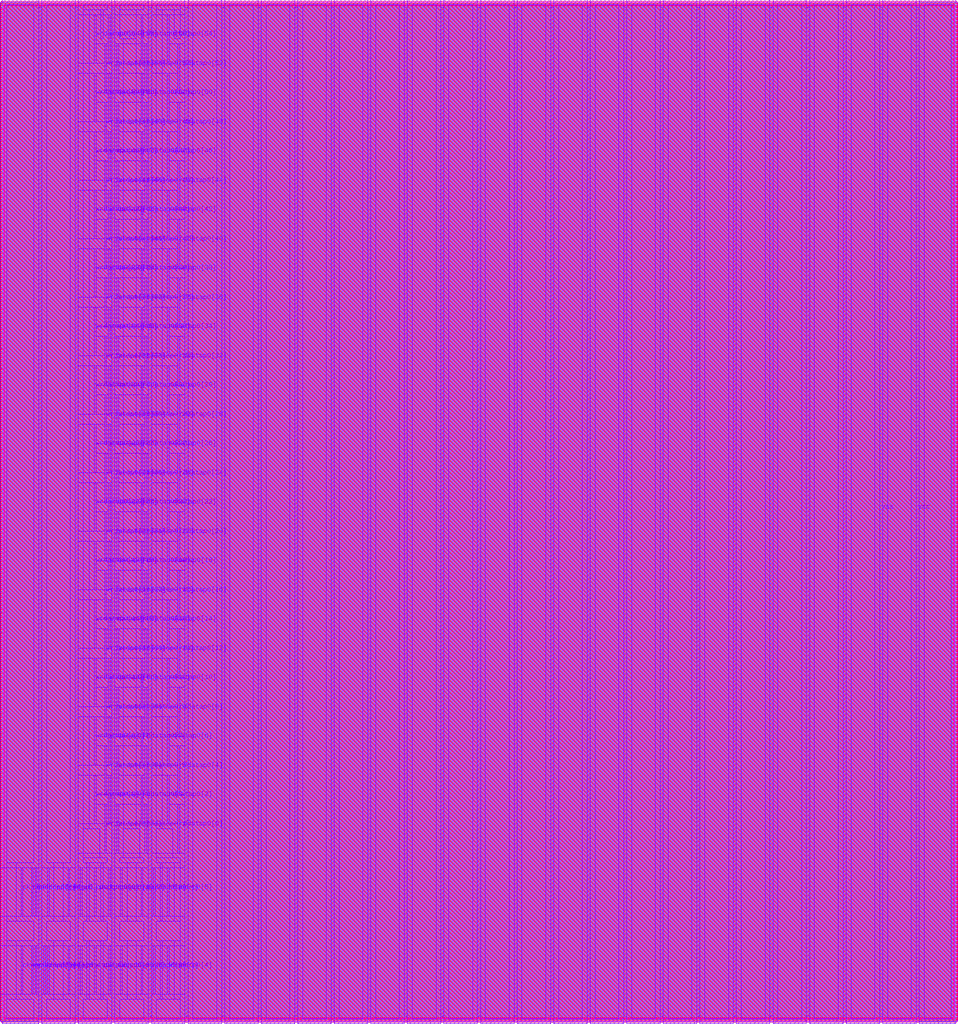
<source format=lef>
VERSION 5.8 ;
BUSBITCHARS "[]" ;
DIVIDERCHAR "/" ;

UNITS
  DATABASE MICRONS 4000 ;
END UNITS

PROPERTYDEFINITIONS
  MACRO hpml_layer STRING ;
  MACRO heml_layer STRING ;
END PROPERTYDEFINITIONS

MACRO arf054b128e1r1w0cbbehraa4acw
  CLASS BLOCK ;
  FOREIGN arf054b128e1r1w0cbbehraa4acw ;
  ORIGIN 0 0 ;
  SIZE 23.4 BY 24.96 ;
  PIN ckrdp0
    DIRECTION INPUT ;
    USE SIGNAL ;
    PORT
      LAYER m7 ;
        RECT 0.428 2.52 0.472 3.72 ;
    END
  END ckrdp0
  PIN ckwrp0
    DIRECTION INPUT ;
    USE SIGNAL ;
    PORT
      LAYER m7 ;
        RECT 0.428 0.6 0.472 1.8 ;
    END
  END ckwrp0
  PIN rdaddrp0[0]
    DIRECTION INPUT ;
    USE SIGNAL ;
    PORT
      LAYER m7 ;
        RECT 2.228 2.52 2.272 3.72 ;
    END
  END rdaddrp0[0]
  PIN rdaddrp0[1]
    DIRECTION INPUT ;
    USE SIGNAL ;
    PORT
      LAYER m7 ;
        RECT 2.572 2.52 2.616 3.72 ;
    END
  END rdaddrp0[1]
  PIN rdaddrp0[2]
    DIRECTION INPUT ;
    USE SIGNAL ;
    PORT
      LAYER m7 ;
        RECT 2.872 2.52 2.916 3.72 ;
    END
  END rdaddrp0[2]
  PIN rdaddrp0[3]
    DIRECTION INPUT ;
    USE SIGNAL ;
    PORT
      LAYER m7 ;
        RECT 3.384 2.52 3.428 3.72 ;
    END
  END rdaddrp0[3]
  PIN rdaddrp0[4]
    DIRECTION INPUT ;
    USE SIGNAL ;
    PORT
      LAYER m7 ;
        RECT 3.684 2.52 3.728 3.72 ;
    END
  END rdaddrp0[4]
  PIN rdaddrp0[5]
    DIRECTION INPUT ;
    USE SIGNAL ;
    PORT
      LAYER m7 ;
        RECT 4.028 2.52 4.072 3.72 ;
    END
  END rdaddrp0[5]
  PIN rdaddrp0[6]
    DIRECTION INPUT ;
    USE SIGNAL ;
    PORT
      LAYER m7 ;
        RECT 0.684 2.52 0.728 3.72 ;
    END
  END rdaddrp0[6]
  PIN rdaddrp0_fd
    DIRECTION INPUT ;
    USE SIGNAL ;
    PORT
      LAYER m7 ;
        RECT 0.772 2.52 0.816 3.72 ;
    END
  END rdaddrp0_fd
  PIN rdaddrp0_rd
    DIRECTION INPUT ;
    USE SIGNAL ;
    PORT
      LAYER m7 ;
        RECT 1.072 2.52 1.116 3.72 ;
    END
  END rdaddrp0_rd
  PIN rdenp0
    DIRECTION INPUT ;
    USE SIGNAL ;
    PORT
      LAYER m7 ;
        RECT 1.584 2.52 1.628 3.72 ;
    END
  END rdenp0
  PIN sdl_initp0
    DIRECTION INPUT ;
    USE SIGNAL ;
    PORT
      LAYER m7 ;
        RECT 1.884 2.52 1.928 3.72 ;
    END
  END sdl_initp0
  PIN wraddrp0[0]
    DIRECTION INPUT ;
    USE SIGNAL ;
    PORT
      LAYER m7 ;
        RECT 2.572 0.6 2.616 1.8 ;
    END
  END wraddrp0[0]
  PIN wraddrp0[1]
    DIRECTION INPUT ;
    USE SIGNAL ;
    PORT
      LAYER m7 ;
        RECT 2.872 0.6 2.916 1.8 ;
    END
  END wraddrp0[1]
  PIN wraddrp0[2]
    DIRECTION INPUT ;
    USE SIGNAL ;
    PORT
      LAYER m7 ;
        RECT 3.384 0.6 3.428 1.8 ;
    END
  END wraddrp0[2]
  PIN wraddrp0[3]
    DIRECTION INPUT ;
    USE SIGNAL ;
    PORT
      LAYER m7 ;
        RECT 3.684 0.6 3.728 1.8 ;
    END
  END wraddrp0[3]
  PIN wraddrp0[4]
    DIRECTION INPUT ;
    USE SIGNAL ;
    PORT
      LAYER m7 ;
        RECT 4.028 0.6 4.072 1.8 ;
    END
  END wraddrp0[4]
  PIN wraddrp0[5]
    DIRECTION INPUT ;
    USE SIGNAL ;
    PORT
      LAYER m7 ;
        RECT 0.684 0.6 0.728 1.8 ;
    END
  END wraddrp0[5]
  PIN wraddrp0[6]
    DIRECTION INPUT ;
    USE SIGNAL ;
    PORT
      LAYER m7 ;
        RECT 0.984 0.6 1.028 1.8 ;
    END
  END wraddrp0[6]
  PIN wraddrp0_fd
    DIRECTION INPUT ;
    USE SIGNAL ;
    PORT
      LAYER m7 ;
        RECT 0.772 0.6 0.816 1.8 ;
    END
  END wraddrp0_fd
  PIN wraddrp0_rd
    DIRECTION INPUT ;
    USE SIGNAL ;
    PORT
      LAYER m7 ;
        RECT 1.072 0.6 1.116 1.8 ;
    END
  END wraddrp0_rd
  PIN wrdatap0[0]
    DIRECTION INPUT ;
    USE SIGNAL ;
    PORT
      LAYER m7 ;
        RECT 2.484 4.08 2.528 5.28 ;
    END
  END wrdatap0[0]
  PIN wrdatap0[10]
    DIRECTION INPUT ;
    USE SIGNAL ;
    PORT
      LAYER m7 ;
        RECT 2.228 7.68 2.272 8.88 ;
    END
  END wrdatap0[10]
  PIN wrdatap0[11]
    DIRECTION INPUT ;
    USE SIGNAL ;
    PORT
      LAYER m7 ;
        RECT 2.572 7.68 2.616 8.88 ;
    END
  END wrdatap0[11]
  PIN wrdatap0[12]
    DIRECTION INPUT ;
    USE SIGNAL ;
    PORT
      LAYER m7 ;
        RECT 2.484 8.4 2.528 9.6 ;
    END
  END wrdatap0[12]
  PIN wrdatap0[13]
    DIRECTION INPUT ;
    USE SIGNAL ;
    PORT
      LAYER m7 ;
        RECT 2.784 8.4 2.828 9.6 ;
    END
  END wrdatap0[13]
  PIN wrdatap0[14]
    DIRECTION INPUT ;
    USE SIGNAL ;
    PORT
      LAYER m7 ;
        RECT 2.228 9.12 2.272 10.32 ;
    END
  END wrdatap0[14]
  PIN wrdatap0[15]
    DIRECTION INPUT ;
    USE SIGNAL ;
    PORT
      LAYER m7 ;
        RECT 2.572 9.12 2.616 10.32 ;
    END
  END wrdatap0[15]
  PIN wrdatap0[16]
    DIRECTION INPUT ;
    USE SIGNAL ;
    PORT
      LAYER m7 ;
        RECT 2.484 9.84 2.528 11.04 ;
    END
  END wrdatap0[16]
  PIN wrdatap0[17]
    DIRECTION INPUT ;
    USE SIGNAL ;
    PORT
      LAYER m7 ;
        RECT 2.784 9.84 2.828 11.04 ;
    END
  END wrdatap0[17]
  PIN wrdatap0[18]
    DIRECTION INPUT ;
    USE SIGNAL ;
    PORT
      LAYER m7 ;
        RECT 2.228 10.56 2.272 11.76 ;
    END
  END wrdatap0[18]
  PIN wrdatap0[19]
    DIRECTION INPUT ;
    USE SIGNAL ;
    PORT
      LAYER m7 ;
        RECT 2.572 10.56 2.616 11.76 ;
    END
  END wrdatap0[19]
  PIN wrdatap0[1]
    DIRECTION INPUT ;
    USE SIGNAL ;
    PORT
      LAYER m7 ;
        RECT 2.784 4.08 2.828 5.28 ;
    END
  END wrdatap0[1]
  PIN wrdatap0[20]
    DIRECTION INPUT ;
    USE SIGNAL ;
    PORT
      LAYER m7 ;
        RECT 2.484 11.28 2.528 12.48 ;
    END
  END wrdatap0[20]
  PIN wrdatap0[21]
    DIRECTION INPUT ;
    USE SIGNAL ;
    PORT
      LAYER m7 ;
        RECT 2.784 11.28 2.828 12.48 ;
    END
  END wrdatap0[21]
  PIN wrdatap0[22]
    DIRECTION INPUT ;
    USE SIGNAL ;
    PORT
      LAYER m7 ;
        RECT 2.228 12 2.272 13.2 ;
    END
  END wrdatap0[22]
  PIN wrdatap0[23]
    DIRECTION INPUT ;
    USE SIGNAL ;
    PORT
      LAYER m7 ;
        RECT 2.572 12 2.616 13.2 ;
    END
  END wrdatap0[23]
  PIN wrdatap0[24]
    DIRECTION INPUT ;
    USE SIGNAL ;
    PORT
      LAYER m7 ;
        RECT 2.484 12.72 2.528 13.92 ;
    END
  END wrdatap0[24]
  PIN wrdatap0[25]
    DIRECTION INPUT ;
    USE SIGNAL ;
    PORT
      LAYER m7 ;
        RECT 2.784 12.72 2.828 13.92 ;
    END
  END wrdatap0[25]
  PIN wrdatap0[26]
    DIRECTION INPUT ;
    USE SIGNAL ;
    PORT
      LAYER m7 ;
        RECT 2.228 13.44 2.272 14.64 ;
    END
  END wrdatap0[26]
  PIN wrdatap0[27]
    DIRECTION INPUT ;
    USE SIGNAL ;
    PORT
      LAYER m7 ;
        RECT 2.572 13.44 2.616 14.64 ;
    END
  END wrdatap0[27]
  PIN wrdatap0[28]
    DIRECTION INPUT ;
    USE SIGNAL ;
    PORT
      LAYER m7 ;
        RECT 2.484 14.16 2.528 15.36 ;
    END
  END wrdatap0[28]
  PIN wrdatap0[29]
    DIRECTION INPUT ;
    USE SIGNAL ;
    PORT
      LAYER m7 ;
        RECT 2.784 14.16 2.828 15.36 ;
    END
  END wrdatap0[29]
  PIN wrdatap0[2]
    DIRECTION INPUT ;
    USE SIGNAL ;
    PORT
      LAYER m7 ;
        RECT 2.228 4.8 2.272 6 ;
    END
  END wrdatap0[2]
  PIN wrdatap0[30]
    DIRECTION INPUT ;
    USE SIGNAL ;
    PORT
      LAYER m7 ;
        RECT 2.228 14.88 2.272 16.08 ;
    END
  END wrdatap0[30]
  PIN wrdatap0[31]
    DIRECTION INPUT ;
    USE SIGNAL ;
    PORT
      LAYER m7 ;
        RECT 2.572 14.88 2.616 16.08 ;
    END
  END wrdatap0[31]
  PIN wrdatap0[32]
    DIRECTION INPUT ;
    USE SIGNAL ;
    PORT
      LAYER m7 ;
        RECT 2.484 15.6 2.528 16.8 ;
    END
  END wrdatap0[32]
  PIN wrdatap0[33]
    DIRECTION INPUT ;
    USE SIGNAL ;
    PORT
      LAYER m7 ;
        RECT 2.784 15.6 2.828 16.8 ;
    END
  END wrdatap0[33]
  PIN wrdatap0[34]
    DIRECTION INPUT ;
    USE SIGNAL ;
    PORT
      LAYER m7 ;
        RECT 2.228 16.32 2.272 17.52 ;
    END
  END wrdatap0[34]
  PIN wrdatap0[35]
    DIRECTION INPUT ;
    USE SIGNAL ;
    PORT
      LAYER m7 ;
        RECT 2.572 16.32 2.616 17.52 ;
    END
  END wrdatap0[35]
  PIN wrdatap0[36]
    DIRECTION INPUT ;
    USE SIGNAL ;
    PORT
      LAYER m7 ;
        RECT 2.484 17.04 2.528 18.24 ;
    END
  END wrdatap0[36]
  PIN wrdatap0[37]
    DIRECTION INPUT ;
    USE SIGNAL ;
    PORT
      LAYER m7 ;
        RECT 2.784 17.04 2.828 18.24 ;
    END
  END wrdatap0[37]
  PIN wrdatap0[38]
    DIRECTION INPUT ;
    USE SIGNAL ;
    PORT
      LAYER m7 ;
        RECT 2.228 17.76 2.272 18.96 ;
    END
  END wrdatap0[38]
  PIN wrdatap0[39]
    DIRECTION INPUT ;
    USE SIGNAL ;
    PORT
      LAYER m7 ;
        RECT 2.572 17.76 2.616 18.96 ;
    END
  END wrdatap0[39]
  PIN wrdatap0[3]
    DIRECTION INPUT ;
    USE SIGNAL ;
    PORT
      LAYER m7 ;
        RECT 2.572 4.8 2.616 6 ;
    END
  END wrdatap0[3]
  PIN wrdatap0[40]
    DIRECTION INPUT ;
    USE SIGNAL ;
    PORT
      LAYER m7 ;
        RECT 2.484 18.48 2.528 19.68 ;
    END
  END wrdatap0[40]
  PIN wrdatap0[41]
    DIRECTION INPUT ;
    USE SIGNAL ;
    PORT
      LAYER m7 ;
        RECT 2.784 18.48 2.828 19.68 ;
    END
  END wrdatap0[41]
  PIN wrdatap0[42]
    DIRECTION INPUT ;
    USE SIGNAL ;
    PORT
      LAYER m7 ;
        RECT 2.228 19.2 2.272 20.4 ;
    END
  END wrdatap0[42]
  PIN wrdatap0[43]
    DIRECTION INPUT ;
    USE SIGNAL ;
    PORT
      LAYER m7 ;
        RECT 2.572 19.2 2.616 20.4 ;
    END
  END wrdatap0[43]
  PIN wrdatap0[44]
    DIRECTION INPUT ;
    USE SIGNAL ;
    PORT
      LAYER m7 ;
        RECT 2.484 19.92 2.528 21.12 ;
    END
  END wrdatap0[44]
  PIN wrdatap0[45]
    DIRECTION INPUT ;
    USE SIGNAL ;
    PORT
      LAYER m7 ;
        RECT 2.784 19.92 2.828 21.12 ;
    END
  END wrdatap0[45]
  PIN wrdatap0[46]
    DIRECTION INPUT ;
    USE SIGNAL ;
    PORT
      LAYER m7 ;
        RECT 2.228 20.64 2.272 21.84 ;
    END
  END wrdatap0[46]
  PIN wrdatap0[47]
    DIRECTION INPUT ;
    USE SIGNAL ;
    PORT
      LAYER m7 ;
        RECT 2.572 20.64 2.616 21.84 ;
    END
  END wrdatap0[47]
  PIN wrdatap0[48]
    DIRECTION INPUT ;
    USE SIGNAL ;
    PORT
      LAYER m7 ;
        RECT 2.484 21.36 2.528 22.56 ;
    END
  END wrdatap0[48]
  PIN wrdatap0[49]
    DIRECTION INPUT ;
    USE SIGNAL ;
    PORT
      LAYER m7 ;
        RECT 2.784 21.36 2.828 22.56 ;
    END
  END wrdatap0[49]
  PIN wrdatap0[4]
    DIRECTION INPUT ;
    USE SIGNAL ;
    PORT
      LAYER m7 ;
        RECT 2.484 5.52 2.528 6.72 ;
    END
  END wrdatap0[4]
  PIN wrdatap0[50]
    DIRECTION INPUT ;
    USE SIGNAL ;
    PORT
      LAYER m7 ;
        RECT 2.228 22.08 2.272 23.28 ;
    END
  END wrdatap0[50]
  PIN wrdatap0[51]
    DIRECTION INPUT ;
    USE SIGNAL ;
    PORT
      LAYER m7 ;
        RECT 2.572 22.08 2.616 23.28 ;
    END
  END wrdatap0[51]
  PIN wrdatap0[52]
    DIRECTION INPUT ;
    USE SIGNAL ;
    PORT
      LAYER m7 ;
        RECT 2.484 22.8 2.528 24 ;
    END
  END wrdatap0[52]
  PIN wrdatap0[53]
    DIRECTION INPUT ;
    USE SIGNAL ;
    PORT
      LAYER m7 ;
        RECT 2.784 22.8 2.828 24 ;
    END
  END wrdatap0[53]
  PIN wrdatap0[54]
    DIRECTION INPUT ;
    USE SIGNAL ;
    PORT
      LAYER m7 ;
        RECT 2.228 23.52 2.272 24.72 ;
    END
  END wrdatap0[54]
  PIN wrdatap0[55]
    DIRECTION INPUT ;
    USE SIGNAL ;
    PORT
      LAYER m7 ;
        RECT 2.572 23.52 2.616 24.72 ;
    END
  END wrdatap0[55]
  PIN wrdatap0[5]
    DIRECTION INPUT ;
    USE SIGNAL ;
    PORT
      LAYER m7 ;
        RECT 2.784 5.52 2.828 6.72 ;
    END
  END wrdatap0[5]
  PIN wrdatap0[6]
    DIRECTION INPUT ;
    USE SIGNAL ;
    PORT
      LAYER m7 ;
        RECT 2.228 6.24 2.272 7.44 ;
    END
  END wrdatap0[6]
  PIN wrdatap0[7]
    DIRECTION INPUT ;
    USE SIGNAL ;
    PORT
      LAYER m7 ;
        RECT 2.572 6.24 2.616 7.44 ;
    END
  END wrdatap0[7]
  PIN wrdatap0[8]
    DIRECTION INPUT ;
    USE SIGNAL ;
    PORT
      LAYER m7 ;
        RECT 2.484 6.96 2.528 8.16 ;
    END
  END wrdatap0[8]
  PIN wrdatap0[9]
    DIRECTION INPUT ;
    USE SIGNAL ;
    PORT
      LAYER m7 ;
        RECT 2.784 6.96 2.828 8.16 ;
    END
  END wrdatap0[9]
  PIN wrdatap0_fd
    DIRECTION INPUT ;
    USE SIGNAL ;
    PORT
      LAYER m7 ;
        RECT 1.884 0.6 1.928 1.8 ;
    END
  END wrdatap0_fd
  PIN wrdatap0_rd
    DIRECTION INPUT ;
    USE SIGNAL ;
    PORT
      LAYER m7 ;
        RECT 2.228 0.6 2.272 1.8 ;
    END
  END wrdatap0_rd
  PIN wrenp0
    DIRECTION INPUT ;
    USE SIGNAL ;
    PORT
      LAYER m7 ;
        RECT 1.584 0.6 1.628 1.8 ;
    END
  END wrenp0
  PIN rddatap0[0]
    DIRECTION OUTPUT ;
    USE SIGNAL ;
    PORT
      LAYER m7 ;
        RECT 4.284 4.08 4.328 5.28 ;
    END
  END rddatap0[0]
  PIN rddatap0[10]
    DIRECTION OUTPUT ;
    USE SIGNAL ;
    PORT
      LAYER m7 ;
        RECT 4.028 7.68 4.072 8.88 ;
    END
  END rddatap0[10]
  PIN rddatap0[11]
    DIRECTION OUTPUT ;
    USE SIGNAL ;
    PORT
      LAYER m7 ;
        RECT 3.384 7.68 3.428 8.88 ;
    END
  END rddatap0[11]
  PIN rddatap0[12]
    DIRECTION OUTPUT ;
    USE SIGNAL ;
    PORT
      LAYER m7 ;
        RECT 4.284 8.4 4.328 9.6 ;
    END
  END rddatap0[12]
  PIN rddatap0[13]
    DIRECTION OUTPUT ;
    USE SIGNAL ;
    PORT
      LAYER m7 ;
        RECT 3.472 8.4 3.516 9.6 ;
    END
  END rddatap0[13]
  PIN rddatap0[14]
    DIRECTION OUTPUT ;
    USE SIGNAL ;
    PORT
      LAYER m7 ;
        RECT 4.028 9.12 4.072 10.32 ;
    END
  END rddatap0[14]
  PIN rddatap0[15]
    DIRECTION OUTPUT ;
    USE SIGNAL ;
    PORT
      LAYER m7 ;
        RECT 3.384 9.12 3.428 10.32 ;
    END
  END rddatap0[15]
  PIN rddatap0[16]
    DIRECTION OUTPUT ;
    USE SIGNAL ;
    PORT
      LAYER m7 ;
        RECT 4.284 9.84 4.328 11.04 ;
    END
  END rddatap0[16]
  PIN rddatap0[17]
    DIRECTION OUTPUT ;
    USE SIGNAL ;
    PORT
      LAYER m7 ;
        RECT 3.472 9.84 3.516 11.04 ;
    END
  END rddatap0[17]
  PIN rddatap0[18]
    DIRECTION OUTPUT ;
    USE SIGNAL ;
    PORT
      LAYER m7 ;
        RECT 4.028 10.56 4.072 11.76 ;
    END
  END rddatap0[18]
  PIN rddatap0[19]
    DIRECTION OUTPUT ;
    USE SIGNAL ;
    PORT
      LAYER m7 ;
        RECT 3.384 10.56 3.428 11.76 ;
    END
  END rddatap0[19]
  PIN rddatap0[1]
    DIRECTION OUTPUT ;
    USE SIGNAL ;
    PORT
      LAYER m7 ;
        RECT 3.472 4.08 3.516 5.28 ;
    END
  END rddatap0[1]
  PIN rddatap0[20]
    DIRECTION OUTPUT ;
    USE SIGNAL ;
    PORT
      LAYER m7 ;
        RECT 4.284 11.28 4.328 12.48 ;
    END
  END rddatap0[20]
  PIN rddatap0[21]
    DIRECTION OUTPUT ;
    USE SIGNAL ;
    PORT
      LAYER m7 ;
        RECT 3.472 11.28 3.516 12.48 ;
    END
  END rddatap0[21]
  PIN rddatap0[22]
    DIRECTION OUTPUT ;
    USE SIGNAL ;
    PORT
      LAYER m7 ;
        RECT 4.028 12 4.072 13.2 ;
    END
  END rddatap0[22]
  PIN rddatap0[23]
    DIRECTION OUTPUT ;
    USE SIGNAL ;
    PORT
      LAYER m7 ;
        RECT 3.384 12 3.428 13.2 ;
    END
  END rddatap0[23]
  PIN rddatap0[24]
    DIRECTION OUTPUT ;
    USE SIGNAL ;
    PORT
      LAYER m7 ;
        RECT 4.284 12.72 4.328 13.92 ;
    END
  END rddatap0[24]
  PIN rddatap0[25]
    DIRECTION OUTPUT ;
    USE SIGNAL ;
    PORT
      LAYER m7 ;
        RECT 3.472 12.72 3.516 13.92 ;
    END
  END rddatap0[25]
  PIN rddatap0[26]
    DIRECTION OUTPUT ;
    USE SIGNAL ;
    PORT
      LAYER m7 ;
        RECT 4.028 13.44 4.072 14.64 ;
    END
  END rddatap0[26]
  PIN rddatap0[27]
    DIRECTION OUTPUT ;
    USE SIGNAL ;
    PORT
      LAYER m7 ;
        RECT 3.384 13.44 3.428 14.64 ;
    END
  END rddatap0[27]
  PIN rddatap0[28]
    DIRECTION OUTPUT ;
    USE SIGNAL ;
    PORT
      LAYER m7 ;
        RECT 4.284 14.16 4.328 15.36 ;
    END
  END rddatap0[28]
  PIN rddatap0[29]
    DIRECTION OUTPUT ;
    USE SIGNAL ;
    PORT
      LAYER m7 ;
        RECT 3.472 14.16 3.516 15.36 ;
    END
  END rddatap0[29]
  PIN rddatap0[2]
    DIRECTION OUTPUT ;
    USE SIGNAL ;
    PORT
      LAYER m7 ;
        RECT 4.028 4.8 4.072 6 ;
    END
  END rddatap0[2]
  PIN rddatap0[30]
    DIRECTION OUTPUT ;
    USE SIGNAL ;
    PORT
      LAYER m7 ;
        RECT 4.028 14.88 4.072 16.08 ;
    END
  END rddatap0[30]
  PIN rddatap0[31]
    DIRECTION OUTPUT ;
    USE SIGNAL ;
    PORT
      LAYER m7 ;
        RECT 3.384 14.88 3.428 16.08 ;
    END
  END rddatap0[31]
  PIN rddatap0[32]
    DIRECTION OUTPUT ;
    USE SIGNAL ;
    PORT
      LAYER m7 ;
        RECT 4.284 15.6 4.328 16.8 ;
    END
  END rddatap0[32]
  PIN rddatap0[33]
    DIRECTION OUTPUT ;
    USE SIGNAL ;
    PORT
      LAYER m7 ;
        RECT 3.472 15.6 3.516 16.8 ;
    END
  END rddatap0[33]
  PIN rddatap0[34]
    DIRECTION OUTPUT ;
    USE SIGNAL ;
    PORT
      LAYER m7 ;
        RECT 4.028 16.32 4.072 17.52 ;
    END
  END rddatap0[34]
  PIN rddatap0[35]
    DIRECTION OUTPUT ;
    USE SIGNAL ;
    PORT
      LAYER m7 ;
        RECT 3.384 16.32 3.428 17.52 ;
    END
  END rddatap0[35]
  PIN rddatap0[36]
    DIRECTION OUTPUT ;
    USE SIGNAL ;
    PORT
      LAYER m7 ;
        RECT 4.284 17.04 4.328 18.24 ;
    END
  END rddatap0[36]
  PIN rddatap0[37]
    DIRECTION OUTPUT ;
    USE SIGNAL ;
    PORT
      LAYER m7 ;
        RECT 3.472 17.04 3.516 18.24 ;
    END
  END rddatap0[37]
  PIN rddatap0[38]
    DIRECTION OUTPUT ;
    USE SIGNAL ;
    PORT
      LAYER m7 ;
        RECT 4.028 17.76 4.072 18.96 ;
    END
  END rddatap0[38]
  PIN rddatap0[39]
    DIRECTION OUTPUT ;
    USE SIGNAL ;
    PORT
      LAYER m7 ;
        RECT 3.384 17.76 3.428 18.96 ;
    END
  END rddatap0[39]
  PIN rddatap0[3]
    DIRECTION OUTPUT ;
    USE SIGNAL ;
    PORT
      LAYER m7 ;
        RECT 3.384 4.8 3.428 6 ;
    END
  END rddatap0[3]
  PIN rddatap0[40]
    DIRECTION OUTPUT ;
    USE SIGNAL ;
    PORT
      LAYER m7 ;
        RECT 4.284 18.48 4.328 19.68 ;
    END
  END rddatap0[40]
  PIN rddatap0[41]
    DIRECTION OUTPUT ;
    USE SIGNAL ;
    PORT
      LAYER m7 ;
        RECT 3.472 18.48 3.516 19.68 ;
    END
  END rddatap0[41]
  PIN rddatap0[42]
    DIRECTION OUTPUT ;
    USE SIGNAL ;
    PORT
      LAYER m7 ;
        RECT 4.028 19.2 4.072 20.4 ;
    END
  END rddatap0[42]
  PIN rddatap0[43]
    DIRECTION OUTPUT ;
    USE SIGNAL ;
    PORT
      LAYER m7 ;
        RECT 3.384 19.2 3.428 20.4 ;
    END
  END rddatap0[43]
  PIN rddatap0[44]
    DIRECTION OUTPUT ;
    USE SIGNAL ;
    PORT
      LAYER m7 ;
        RECT 4.284 19.92 4.328 21.12 ;
    END
  END rddatap0[44]
  PIN rddatap0[45]
    DIRECTION OUTPUT ;
    USE SIGNAL ;
    PORT
      LAYER m7 ;
        RECT 3.472 19.92 3.516 21.12 ;
    END
  END rddatap0[45]
  PIN rddatap0[46]
    DIRECTION OUTPUT ;
    USE SIGNAL ;
    PORT
      LAYER m7 ;
        RECT 4.028 20.64 4.072 21.84 ;
    END
  END rddatap0[46]
  PIN rddatap0[47]
    DIRECTION OUTPUT ;
    USE SIGNAL ;
    PORT
      LAYER m7 ;
        RECT 3.384 20.64 3.428 21.84 ;
    END
  END rddatap0[47]
  PIN rddatap0[48]
    DIRECTION OUTPUT ;
    USE SIGNAL ;
    PORT
      LAYER m7 ;
        RECT 4.284 21.36 4.328 22.56 ;
    END
  END rddatap0[48]
  PIN rddatap0[49]
    DIRECTION OUTPUT ;
    USE SIGNAL ;
    PORT
      LAYER m7 ;
        RECT 3.472 21.36 3.516 22.56 ;
    END
  END rddatap0[49]
  PIN rddatap0[4]
    DIRECTION OUTPUT ;
    USE SIGNAL ;
    PORT
      LAYER m7 ;
        RECT 4.284 5.52 4.328 6.72 ;
    END
  END rddatap0[4]
  PIN rddatap0[50]
    DIRECTION OUTPUT ;
    USE SIGNAL ;
    PORT
      LAYER m7 ;
        RECT 4.028 22.08 4.072 23.28 ;
    END
  END rddatap0[50]
  PIN rddatap0[51]
    DIRECTION OUTPUT ;
    USE SIGNAL ;
    PORT
      LAYER m7 ;
        RECT 3.384 22.08 3.428 23.28 ;
    END
  END rddatap0[51]
  PIN rddatap0[52]
    DIRECTION OUTPUT ;
    USE SIGNAL ;
    PORT
      LAYER m7 ;
        RECT 4.284 22.8 4.328 24 ;
    END
  END rddatap0[52]
  PIN rddatap0[53]
    DIRECTION OUTPUT ;
    USE SIGNAL ;
    PORT
      LAYER m7 ;
        RECT 3.472 22.8 3.516 24 ;
    END
  END rddatap0[53]
  PIN rddatap0[54]
    DIRECTION OUTPUT ;
    USE SIGNAL ;
    PORT
      LAYER m7 ;
        RECT 4.028 23.52 4.072 24.72 ;
    END
  END rddatap0[54]
  PIN rddatap0[55]
    DIRECTION OUTPUT ;
    USE SIGNAL ;
    PORT
      LAYER m7 ;
        RECT 3.384 23.52 3.428 24.72 ;
    END
  END rddatap0[55]
  PIN rddatap0[5]
    DIRECTION OUTPUT ;
    USE SIGNAL ;
    PORT
      LAYER m7 ;
        RECT 3.472 5.52 3.516 6.72 ;
    END
  END rddatap0[5]
  PIN rddatap0[6]
    DIRECTION OUTPUT ;
    USE SIGNAL ;
    PORT
      LAYER m7 ;
        RECT 4.028 6.24 4.072 7.44 ;
    END
  END rddatap0[6]
  PIN rddatap0[7]
    DIRECTION OUTPUT ;
    USE SIGNAL ;
    PORT
      LAYER m7 ;
        RECT 3.384 6.24 3.428 7.44 ;
    END
  END rddatap0[7]
  PIN rddatap0[8]
    DIRECTION OUTPUT ;
    USE SIGNAL ;
    PORT
      LAYER m7 ;
        RECT 4.284 6.96 4.328 8.16 ;
    END
  END rddatap0[8]
  PIN rddatap0[9]
    DIRECTION OUTPUT ;
    USE SIGNAL ;
    PORT
      LAYER m7 ;
        RECT 3.472 6.96 3.516 8.16 ;
    END
  END rddatap0[9]
  PIN vcc
    DIRECTION INPUT ;
    USE POWER ;
    PORT
      LAYER m7 ;
        RECT 0.862 0.06 0.938 24.9 ;
        RECT 2.662 0.06 2.738 24.9 ;
        RECT 4.462 0.06 4.538 24.9 ;
        RECT 6.262 0.06 6.338 24.9 ;
        RECT 8.062 0.06 8.138 24.9 ;
        RECT 9.862 0.06 9.938 24.9 ;
        RECT 11.662 0.06 11.738 24.9 ;
        RECT 13.462 0.06 13.538 24.9 ;
        RECT 15.262 0.06 15.338 24.9 ;
        RECT 17.062 0.06 17.138 24.9 ;
        RECT 18.862 0.06 18.938 24.9 ;
        RECT 20.662 0.06 20.738 24.9 ;
        RECT 22.462 0.06 22.538 24.9 ;
    END
  END vcc
  PIN vss
    DIRECTION INOUT ;
    USE GROUND ;
    PORT
      LAYER m7 ;
        RECT 1.762 0.06 1.838 24.9 ;
        RECT 3.562 0.06 3.638 24.9 ;
        RECT 5.362 0.06 5.438 24.9 ;
        RECT 7.162 0.06 7.238 24.9 ;
        RECT 8.962 0.06 9.038 24.9 ;
        RECT 10.762 0.06 10.838 24.9 ;
        RECT 12.562 0.06 12.638 24.9 ;
        RECT 14.362 0.06 14.438 24.9 ;
        RECT 16.162 0.06 16.238 24.9 ;
        RECT 17.962 0.06 18.038 24.9 ;
        RECT 19.762 0.06 19.838 24.9 ;
        RECT 21.562 0.06 21.638 24.9 ;
    END
  END vss
  OBS
    LAYER m0 SPACING 0 ;
      RECT -0.016 -0.014 23.416 24.974 ;
    LAYER m1 SPACING 0 ;
      RECT -0.02 -0.02 23.42 24.98 ;
    LAYER m2 SPACING 0 ;
      RECT -0.0705 -0.038 23.4705 24.998 ;
    LAYER m3 SPACING 0 ;
      RECT -0.035 -0.07 23.435 25.03 ;
    LAYER m4 SPACING 0 ;
      RECT -0.07 -0.038 23.47 24.998 ;
    LAYER m5 SPACING 0 ;
      RECT -0.059 -0.09 23.459 25.05 ;
    LAYER m6 SPACING 0 ;
      RECT -0.09 -0.062 23.49 25.022 ;
    LAYER m7 SPACING 0 ;
      RECT 22.538 25.02 23.44 25.08 ;
      RECT 22.538 -0.06 23.492 25.02 ;
      RECT 22.538 -0.12 23.44 -0.06 ;
      RECT 21.638 -0.12 22.462 25.08 ;
      RECT 20.738 -0.12 21.562 25.08 ;
      RECT 19.838 -0.12 20.662 25.08 ;
      RECT 18.938 -0.12 19.762 25.08 ;
      RECT 18.038 -0.12 18.862 25.08 ;
      RECT 17.138 -0.12 17.962 25.08 ;
      RECT 16.238 -0.12 17.062 25.08 ;
      RECT 15.338 -0.12 16.162 25.08 ;
      RECT 14.438 -0.12 15.262 25.08 ;
      RECT 13.538 -0.12 14.362 25.08 ;
      RECT 12.638 -0.12 13.462 25.08 ;
      RECT 11.738 -0.12 12.562 25.08 ;
      RECT 10.838 -0.12 11.662 25.08 ;
      RECT 9.938 -0.12 10.762 25.08 ;
      RECT 9.038 -0.12 9.862 25.08 ;
      RECT 8.138 -0.12 8.962 25.08 ;
      RECT 7.238 -0.12 8.062 25.08 ;
      RECT 6.338 -0.12 7.162 25.08 ;
      RECT 5.438 -0.12 6.262 25.08 ;
      RECT 4.538 -0.12 5.362 25.08 ;
      RECT 3.638 24.72 4.462 25.08 ;
      RECT 4.072 24 4.462 24.72 ;
      RECT 3.638 23.52 4.028 24.72 ;
      RECT 4.072 23.52 4.284 24 ;
      RECT 3.638 23.28 4.284 23.52 ;
      RECT 4.328 22.8 4.462 24 ;
      RECT 4.072 22.8 4.284 23.28 ;
      RECT 4.072 22.56 4.462 22.8 ;
      RECT 3.638 22.08 4.028 23.28 ;
      RECT 4.072 22.08 4.284 22.56 ;
      RECT 3.638 21.84 4.284 22.08 ;
      RECT 4.328 21.36 4.462 22.56 ;
      RECT 4.072 21.36 4.284 21.84 ;
      RECT 4.072 21.12 4.462 21.36 ;
      RECT 3.638 20.64 4.028 21.84 ;
      RECT 4.072 20.64 4.284 21.12 ;
      RECT 3.638 20.4 4.284 20.64 ;
      RECT 4.328 19.92 4.462 21.12 ;
      RECT 4.072 19.92 4.284 20.4 ;
      RECT 4.072 19.68 4.462 19.92 ;
      RECT 3.638 19.2 4.028 20.4 ;
      RECT 4.072 19.2 4.284 19.68 ;
      RECT 3.638 18.96 4.284 19.2 ;
      RECT 4.328 18.48 4.462 19.68 ;
      RECT 4.072 18.48 4.284 18.96 ;
      RECT 4.072 18.24 4.462 18.48 ;
      RECT 3.638 17.76 4.028 18.96 ;
      RECT 4.072 17.76 4.284 18.24 ;
      RECT 3.638 17.52 4.284 17.76 ;
      RECT 4.328 17.04 4.462 18.24 ;
      RECT 4.072 17.04 4.284 17.52 ;
      RECT 4.072 16.8 4.462 17.04 ;
      RECT 3.638 16.32 4.028 17.52 ;
      RECT 4.072 16.32 4.284 16.8 ;
      RECT 3.638 16.08 4.284 16.32 ;
      RECT 4.328 15.6 4.462 16.8 ;
      RECT 4.072 15.6 4.284 16.08 ;
      RECT 4.072 15.36 4.462 15.6 ;
      RECT 3.638 14.88 4.028 16.08 ;
      RECT 4.072 14.88 4.284 15.36 ;
      RECT 3.638 14.64 4.284 14.88 ;
      RECT 4.328 14.16 4.462 15.36 ;
      RECT 4.072 14.16 4.284 14.64 ;
      RECT 4.072 13.92 4.462 14.16 ;
      RECT 3.638 13.44 4.028 14.64 ;
      RECT 4.072 13.44 4.284 13.92 ;
      RECT 3.638 13.2 4.284 13.44 ;
      RECT 4.328 12.72 4.462 13.92 ;
      RECT 4.072 12.72 4.284 13.2 ;
      RECT 4.072 12.48 4.462 12.72 ;
      RECT 3.638 12 4.028 13.2 ;
      RECT 4.072 12 4.284 12.48 ;
      RECT 3.638 11.76 4.284 12 ;
      RECT 4.328 11.28 4.462 12.48 ;
      RECT 4.072 11.28 4.284 11.76 ;
      RECT 4.072 11.04 4.462 11.28 ;
      RECT 3.638 10.56 4.028 11.76 ;
      RECT 4.072 10.56 4.284 11.04 ;
      RECT 3.638 10.32 4.284 10.56 ;
      RECT 4.328 9.84 4.462 11.04 ;
      RECT 4.072 9.84 4.284 10.32 ;
      RECT 4.072 9.6 4.462 9.84 ;
      RECT 3.638 9.12 4.028 10.32 ;
      RECT 4.072 9.12 4.284 9.6 ;
      RECT 3.638 8.88 4.284 9.12 ;
      RECT 4.328 8.4 4.462 9.6 ;
      RECT 4.072 8.4 4.284 8.88 ;
      RECT 4.072 8.16 4.462 8.4 ;
      RECT 3.638 7.68 4.028 8.88 ;
      RECT 4.072 7.68 4.284 8.16 ;
      RECT 3.638 7.44 4.284 7.68 ;
      RECT 4.328 6.96 4.462 8.16 ;
      RECT 4.072 6.96 4.284 7.44 ;
      RECT 4.072 6.72 4.462 6.96 ;
      RECT 3.638 6.24 4.028 7.44 ;
      RECT 4.072 6.24 4.284 6.72 ;
      RECT 3.638 6 4.284 6.24 ;
      RECT 4.328 5.52 4.462 6.72 ;
      RECT 4.072 5.52 4.284 6 ;
      RECT 4.072 5.28 4.462 5.52 ;
      RECT 3.638 4.8 4.028 6 ;
      RECT 4.072 4.8 4.284 5.28 ;
      RECT 4.328 4.08 4.462 5.28 ;
      RECT 3.638 4.08 4.284 4.8 ;
      RECT 3.638 3.72 4.462 4.08 ;
      RECT 3.638 2.52 3.684 3.72 ;
      RECT 3.728 2.52 4.028 3.72 ;
      RECT 4.072 2.52 4.462 3.72 ;
      RECT 3.638 1.8 4.462 2.52 ;
      RECT 3.638 0.6 3.684 1.8 ;
      RECT 3.728 0.6 4.028 1.8 ;
      RECT 4.072 0.6 4.462 1.8 ;
      RECT 3.638 -0.12 4.462 0.6 ;
      RECT 2.738 24.72 3.562 25.08 ;
      RECT 2.738 24 3.384 24.72 ;
      RECT 3.428 24 3.562 24.72 ;
      RECT 2.828 23.52 3.384 24 ;
      RECT 3.428 23.52 3.472 24 ;
      RECT 2.828 23.28 3.472 23.52 ;
      RECT 2.738 22.8 2.784 24 ;
      RECT 3.516 22.8 3.562 24 ;
      RECT 2.828 22.8 3.384 23.28 ;
      RECT 3.428 22.8 3.472 23.28 ;
      RECT 2.738 22.56 3.384 22.8 ;
      RECT 3.428 22.56 3.562 22.8 ;
      RECT 2.828 22.08 3.384 22.56 ;
      RECT 3.428 22.08 3.472 22.56 ;
      RECT 2.828 21.84 3.472 22.08 ;
      RECT 2.738 21.36 2.784 22.56 ;
      RECT 3.516 21.36 3.562 22.56 ;
      RECT 2.828 21.36 3.384 21.84 ;
      RECT 3.428 21.36 3.472 21.84 ;
      RECT 2.738 21.12 3.384 21.36 ;
      RECT 3.428 21.12 3.562 21.36 ;
      RECT 2.828 20.64 3.384 21.12 ;
      RECT 3.428 20.64 3.472 21.12 ;
      RECT 2.828 20.4 3.472 20.64 ;
      RECT 2.738 19.92 2.784 21.12 ;
      RECT 3.516 19.92 3.562 21.12 ;
      RECT 2.828 19.92 3.384 20.4 ;
      RECT 3.428 19.92 3.472 20.4 ;
      RECT 2.738 19.68 3.384 19.92 ;
      RECT 3.428 19.68 3.562 19.92 ;
      RECT 2.828 19.2 3.384 19.68 ;
      RECT 3.428 19.2 3.472 19.68 ;
      RECT 2.828 18.96 3.472 19.2 ;
      RECT 2.738 18.48 2.784 19.68 ;
      RECT 3.516 18.48 3.562 19.68 ;
      RECT 2.828 18.48 3.384 18.96 ;
      RECT 3.428 18.48 3.472 18.96 ;
      RECT 2.738 18.24 3.384 18.48 ;
      RECT 3.428 18.24 3.562 18.48 ;
      RECT 2.828 17.76 3.384 18.24 ;
      RECT 3.428 17.76 3.472 18.24 ;
      RECT 2.828 17.52 3.472 17.76 ;
      RECT 2.738 17.04 2.784 18.24 ;
      RECT 3.516 17.04 3.562 18.24 ;
      RECT 2.828 17.04 3.384 17.52 ;
      RECT 3.428 17.04 3.472 17.52 ;
      RECT 2.738 16.8 3.384 17.04 ;
      RECT 3.428 16.8 3.562 17.04 ;
      RECT 2.828 16.32 3.384 16.8 ;
      RECT 3.428 16.32 3.472 16.8 ;
      RECT 2.828 16.08 3.472 16.32 ;
      RECT 2.738 15.6 2.784 16.8 ;
      RECT 3.516 15.6 3.562 16.8 ;
      RECT 2.828 15.6 3.384 16.08 ;
      RECT 3.428 15.6 3.472 16.08 ;
      RECT 2.738 15.36 3.384 15.6 ;
      RECT 3.428 15.36 3.562 15.6 ;
      RECT 2.828 14.88 3.384 15.36 ;
      RECT 3.428 14.88 3.472 15.36 ;
      RECT 2.828 14.64 3.472 14.88 ;
      RECT 2.738 14.16 2.784 15.36 ;
      RECT 3.516 14.16 3.562 15.36 ;
      RECT 2.828 14.16 3.384 14.64 ;
      RECT 3.428 14.16 3.472 14.64 ;
      RECT 2.738 13.92 3.384 14.16 ;
      RECT 3.428 13.92 3.562 14.16 ;
      RECT 2.828 13.44 3.384 13.92 ;
      RECT 3.428 13.44 3.472 13.92 ;
      RECT 2.828 13.2 3.472 13.44 ;
      RECT 2.738 12.72 2.784 13.92 ;
      RECT 3.516 12.72 3.562 13.92 ;
      RECT 2.828 12.72 3.384 13.2 ;
      RECT 3.428 12.72 3.472 13.2 ;
      RECT 2.738 12.48 3.384 12.72 ;
      RECT 3.428 12.48 3.562 12.72 ;
      RECT 2.828 12 3.384 12.48 ;
      RECT 3.428 12 3.472 12.48 ;
      RECT 2.828 11.76 3.472 12 ;
      RECT 2.738 11.28 2.784 12.48 ;
      RECT 3.516 11.28 3.562 12.48 ;
      RECT 2.828 11.28 3.384 11.76 ;
      RECT 3.428 11.28 3.472 11.76 ;
      RECT 2.738 11.04 3.384 11.28 ;
      RECT 3.428 11.04 3.562 11.28 ;
      RECT 2.828 10.56 3.384 11.04 ;
      RECT 3.428 10.56 3.472 11.04 ;
      RECT 2.828 10.32 3.472 10.56 ;
      RECT 2.738 9.84 2.784 11.04 ;
      RECT 3.516 9.84 3.562 11.04 ;
      RECT 2.828 9.84 3.384 10.32 ;
      RECT 3.428 9.84 3.472 10.32 ;
      RECT 2.738 9.6 3.384 9.84 ;
      RECT 3.428 9.6 3.562 9.84 ;
      RECT 2.828 9.12 3.384 9.6 ;
      RECT 3.428 9.12 3.472 9.6 ;
      RECT 2.828 8.88 3.472 9.12 ;
      RECT 2.738 8.4 2.784 9.6 ;
      RECT 3.516 8.4 3.562 9.6 ;
      RECT 2.828 8.4 3.384 8.88 ;
      RECT 3.428 8.4 3.472 8.88 ;
      RECT 2.738 8.16 3.384 8.4 ;
      RECT 3.428 8.16 3.562 8.4 ;
      RECT 2.828 7.68 3.384 8.16 ;
      RECT 3.428 7.68 3.472 8.16 ;
      RECT 2.828 7.44 3.472 7.68 ;
      RECT 2.738 6.96 2.784 8.16 ;
      RECT 3.516 6.96 3.562 8.16 ;
      RECT 2.828 6.96 3.384 7.44 ;
      RECT 3.428 6.96 3.472 7.44 ;
      RECT 2.738 6.72 3.384 6.96 ;
      RECT 3.428 6.72 3.562 6.96 ;
      RECT 2.828 6.24 3.384 6.72 ;
      RECT 3.428 6.24 3.472 6.72 ;
      RECT 2.828 6 3.472 6.24 ;
      RECT 2.738 5.52 2.784 6.72 ;
      RECT 3.516 5.52 3.562 6.72 ;
      RECT 2.828 5.52 3.384 6 ;
      RECT 3.428 5.52 3.472 6 ;
      RECT 2.738 5.28 3.384 5.52 ;
      RECT 3.428 5.28 3.562 5.52 ;
      RECT 2.828 4.8 3.384 5.28 ;
      RECT 3.428 4.8 3.472 5.28 ;
      RECT 2.738 4.08 2.784 5.28 ;
      RECT 3.516 4.08 3.562 5.28 ;
      RECT 2.828 4.08 3.472 4.8 ;
      RECT 2.738 3.72 3.562 4.08 ;
      RECT 2.738 2.52 2.872 3.72 ;
      RECT 2.916 2.52 3.384 3.72 ;
      RECT 3.428 2.52 3.562 3.72 ;
      RECT 2.738 1.8 3.562 2.52 ;
      RECT 2.738 0.6 2.872 1.8 ;
      RECT 2.916 0.6 3.384 1.8 ;
      RECT 3.428 0.6 3.562 1.8 ;
      RECT 2.738 -0.12 3.562 0.6 ;
      RECT 1.838 24.72 2.662 25.08 ;
      RECT 2.272 24 2.572 24.72 ;
      RECT 1.838 23.52 2.228 24.72 ;
      RECT 2.616 23.52 2.662 24.72 ;
      RECT 2.272 23.52 2.484 24 ;
      RECT 2.528 23.52 2.572 24 ;
      RECT 1.838 23.28 2.484 23.52 ;
      RECT 2.528 23.28 2.662 23.52 ;
      RECT 2.272 22.8 2.484 23.28 ;
      RECT 2.528 22.8 2.572 23.28 ;
      RECT 2.272 22.56 2.572 22.8 ;
      RECT 1.838 22.08 2.228 23.28 ;
      RECT 2.616 22.08 2.662 23.28 ;
      RECT 2.272 22.08 2.484 22.56 ;
      RECT 2.528 22.08 2.572 22.56 ;
      RECT 1.838 21.84 2.484 22.08 ;
      RECT 2.528 21.84 2.662 22.08 ;
      RECT 2.272 21.36 2.484 21.84 ;
      RECT 2.528 21.36 2.572 21.84 ;
      RECT 2.272 21.12 2.572 21.36 ;
      RECT 1.838 20.64 2.228 21.84 ;
      RECT 2.616 20.64 2.662 21.84 ;
      RECT 2.272 20.64 2.484 21.12 ;
      RECT 2.528 20.64 2.572 21.12 ;
      RECT 1.838 20.4 2.484 20.64 ;
      RECT 2.528 20.4 2.662 20.64 ;
      RECT 2.272 19.92 2.484 20.4 ;
      RECT 2.528 19.92 2.572 20.4 ;
      RECT 2.272 19.68 2.572 19.92 ;
      RECT 1.838 19.2 2.228 20.4 ;
      RECT 2.616 19.2 2.662 20.4 ;
      RECT 2.272 19.2 2.484 19.68 ;
      RECT 2.528 19.2 2.572 19.68 ;
      RECT 1.838 18.96 2.484 19.2 ;
      RECT 2.528 18.96 2.662 19.2 ;
      RECT 2.272 18.48 2.484 18.96 ;
      RECT 2.528 18.48 2.572 18.96 ;
      RECT 2.272 18.24 2.572 18.48 ;
      RECT 1.838 17.76 2.228 18.96 ;
      RECT 2.616 17.76 2.662 18.96 ;
      RECT 2.272 17.76 2.484 18.24 ;
      RECT 2.528 17.76 2.572 18.24 ;
      RECT 1.838 17.52 2.484 17.76 ;
      RECT 2.528 17.52 2.662 17.76 ;
      RECT 2.272 17.04 2.484 17.52 ;
      RECT 2.528 17.04 2.572 17.52 ;
      RECT 2.272 16.8 2.572 17.04 ;
      RECT 1.838 16.32 2.228 17.52 ;
      RECT 2.616 16.32 2.662 17.52 ;
      RECT 2.272 16.32 2.484 16.8 ;
      RECT 2.528 16.32 2.572 16.8 ;
      RECT 1.838 16.08 2.484 16.32 ;
      RECT 2.528 16.08 2.662 16.32 ;
      RECT 2.272 15.6 2.484 16.08 ;
      RECT 2.528 15.6 2.572 16.08 ;
      RECT 2.272 15.36 2.572 15.6 ;
      RECT 1.838 14.88 2.228 16.08 ;
      RECT 2.616 14.88 2.662 16.08 ;
      RECT 2.272 14.88 2.484 15.36 ;
      RECT 2.528 14.88 2.572 15.36 ;
      RECT 1.838 14.64 2.484 14.88 ;
      RECT 2.528 14.64 2.662 14.88 ;
      RECT 2.272 14.16 2.484 14.64 ;
      RECT 2.528 14.16 2.572 14.64 ;
      RECT 2.272 13.92 2.572 14.16 ;
      RECT 1.838 13.44 2.228 14.64 ;
      RECT 2.616 13.44 2.662 14.64 ;
      RECT 2.272 13.44 2.484 13.92 ;
      RECT 2.528 13.44 2.572 13.92 ;
      RECT 1.838 13.2 2.484 13.44 ;
      RECT 2.528 13.2 2.662 13.44 ;
      RECT 2.272 12.72 2.484 13.2 ;
      RECT 2.528 12.72 2.572 13.2 ;
      RECT 2.272 12.48 2.572 12.72 ;
      RECT 1.838 12 2.228 13.2 ;
      RECT 2.616 12 2.662 13.2 ;
      RECT 2.272 12 2.484 12.48 ;
      RECT 2.528 12 2.572 12.48 ;
      RECT 1.838 11.76 2.484 12 ;
      RECT 2.528 11.76 2.662 12 ;
      RECT 2.272 11.28 2.484 11.76 ;
      RECT 2.528 11.28 2.572 11.76 ;
      RECT 2.272 11.04 2.572 11.28 ;
      RECT 1.838 10.56 2.228 11.76 ;
      RECT 2.616 10.56 2.662 11.76 ;
      RECT 2.272 10.56 2.484 11.04 ;
      RECT 2.528 10.56 2.572 11.04 ;
      RECT 1.838 10.32 2.484 10.56 ;
      RECT 2.528 10.32 2.662 10.56 ;
      RECT 2.272 9.84 2.484 10.32 ;
      RECT 2.528 9.84 2.572 10.32 ;
      RECT 2.272 9.6 2.572 9.84 ;
      RECT 1.838 9.12 2.228 10.32 ;
      RECT 2.616 9.12 2.662 10.32 ;
      RECT 2.272 9.12 2.484 9.6 ;
      RECT 2.528 9.12 2.572 9.6 ;
      RECT 1.838 8.88 2.484 9.12 ;
      RECT 2.528 8.88 2.662 9.12 ;
      RECT 2.272 8.4 2.484 8.88 ;
      RECT 2.528 8.4 2.572 8.88 ;
      RECT 2.272 8.16 2.572 8.4 ;
      RECT 1.838 7.68 2.228 8.88 ;
      RECT 2.616 7.68 2.662 8.88 ;
      RECT 2.272 7.68 2.484 8.16 ;
      RECT 2.528 7.68 2.572 8.16 ;
      RECT 1.838 7.44 2.484 7.68 ;
      RECT 2.528 7.44 2.662 7.68 ;
      RECT 2.272 6.96 2.484 7.44 ;
      RECT 2.528 6.96 2.572 7.44 ;
      RECT 2.272 6.72 2.572 6.96 ;
      RECT 1.838 6.24 2.228 7.44 ;
      RECT 2.616 6.24 2.662 7.44 ;
      RECT 2.272 6.24 2.484 6.72 ;
      RECT 2.528 6.24 2.572 6.72 ;
      RECT 1.838 6 2.484 6.24 ;
      RECT 2.528 6 2.662 6.24 ;
      RECT 2.272 5.52 2.484 6 ;
      RECT 2.528 5.52 2.572 6 ;
      RECT 2.272 5.28 2.572 5.52 ;
      RECT 1.838 4.8 2.228 6 ;
      RECT 2.616 4.8 2.662 6 ;
      RECT 2.272 4.8 2.484 5.28 ;
      RECT 2.528 4.8 2.572 5.28 ;
      RECT 1.838 4.08 2.484 4.8 ;
      RECT 2.528 4.08 2.662 4.8 ;
      RECT 1.838 3.72 2.662 4.08 ;
      RECT 1.838 2.52 1.884 3.72 ;
      RECT 1.928 2.52 2.228 3.72 ;
      RECT 2.272 2.52 2.572 3.72 ;
      RECT 2.616 2.52 2.662 3.72 ;
      RECT 1.838 1.8 2.662 2.52 ;
      RECT 1.838 0.6 1.884 1.8 ;
      RECT 1.928 0.6 2.228 1.8 ;
      RECT 2.272 0.6 2.572 1.8 ;
      RECT 2.616 0.6 2.662 1.8 ;
      RECT 1.838 -0.12 2.662 0.6 ;
      RECT 0.938 3.72 1.762 25.08 ;
      RECT 0.938 2.52 1.072 3.72 ;
      RECT 1.116 2.52 1.584 3.72 ;
      RECT 1.628 2.52 1.762 3.72 ;
      RECT 0.938 1.8 1.762 2.52 ;
      RECT 0.938 0.6 0.984 1.8 ;
      RECT 1.028 0.6 1.072 1.8 ;
      RECT 1.116 0.6 1.584 1.8 ;
      RECT 1.628 0.6 1.762 1.8 ;
      RECT 0.938 -0.12 1.762 0.6 ;
      RECT -0.04 25.02 0.862 25.08 ;
      RECT -0.092 3.72 0.862 25.02 ;
      RECT -0.092 2.52 0.428 3.72 ;
      RECT 0.472 2.52 0.684 3.72 ;
      RECT 0.728 2.52 0.772 3.72 ;
      RECT 0.816 2.52 0.862 3.72 ;
      RECT -0.092 1.8 0.862 2.52 ;
      RECT -0.092 0.6 0.428 1.8 ;
      RECT 0.472 0.6 0.684 1.8 ;
      RECT 0.728 0.6 0.772 1.8 ;
      RECT 0.816 0.6 0.862 1.8 ;
      RECT -0.092 -0.06 0.862 0.6 ;
      RECT -0.04 -0.12 0.862 -0.06 ;
    LAYER m7 ;
      RECT 22.658 0 23.32 24.96 ;
      RECT 21.758 0 22.342 24.96 ;
      RECT 20.858 0 21.442 24.96 ;
      RECT 19.958 0 20.542 24.96 ;
      RECT 19.058 0 19.642 24.96 ;
      RECT 18.158 0 18.742 24.96 ;
      RECT 17.258 0 17.842 24.96 ;
      RECT 16.358 0 16.942 24.96 ;
      RECT 15.458 0 16.042 24.96 ;
      RECT 14.558 0 15.142 24.96 ;
      RECT 13.658 0 14.242 24.96 ;
      RECT 12.758 0 13.342 24.96 ;
      RECT 11.858 0 12.442 24.96 ;
      RECT 10.958 0 11.542 24.96 ;
      RECT 10.058 0 10.642 24.96 ;
      RECT 9.158 0 9.742 24.96 ;
      RECT 8.258 0 8.842 24.96 ;
      RECT 7.358 0 7.942 24.96 ;
      RECT 6.458 0 7.042 24.96 ;
      RECT 5.558 0 6.142 24.96 ;
      RECT 4.658 0 5.242 24.96 ;
      RECT 3.758 24.84 4.342 24.96 ;
      RECT 4.192 24.12 4.342 24.84 ;
      RECT 3.758 4.68 3.908 24.84 ;
      RECT 3.758 3.96 4.164 4.68 ;
      RECT 3.758 3.84 4.342 3.96 ;
      RECT 3.848 2.4 3.908 3.84 ;
      RECT 4.192 2.4 4.342 3.84 ;
      RECT 3.758 1.92 4.342 2.4 ;
      RECT 3.848 0.48 3.908 1.92 ;
      RECT 4.192 0.48 4.342 1.92 ;
      RECT 3.758 0 4.342 0.48 ;
      RECT 2.858 24.84 3.442 24.96 ;
      RECT 2.858 24.12 3.264 24.84 ;
      RECT 2.948 4.68 3.264 24.12 ;
      RECT 2.948 3.96 3.352 4.68 ;
      RECT 2.858 3.84 3.442 3.96 ;
      RECT 3.036 2.4 3.264 3.84 ;
      RECT 2.858 1.92 3.442 2.4 ;
      RECT 3.036 0.48 3.264 1.92 ;
      RECT 2.858 0 3.442 0.48 ;
      RECT 1.958 24.84 2.542 24.96 ;
      RECT 2.392 24.12 2.452 24.84 ;
      RECT 1.958 4.68 2.108 24.84 ;
      RECT 1.958 3.96 2.364 4.68 ;
      RECT 1.958 3.84 2.542 3.96 ;
      RECT 2.048 2.4 2.108 3.84 ;
      RECT 2.392 2.4 2.452 3.84 ;
      RECT 1.958 1.92 2.542 2.4 ;
      RECT 2.048 0.48 2.108 1.92 ;
      RECT 2.392 0.48 2.452 1.92 ;
      RECT 1.958 0 2.542 0.48 ;
      RECT 1.058 3.84 1.642 24.96 ;
      RECT 1.236 2.4 1.464 3.84 ;
      RECT 1.058 1.92 1.642 2.4 ;
      RECT 1.236 0.48 1.464 1.92 ;
      RECT 1.058 0 1.642 0.48 ;
      RECT 0.08 3.84 0.742 24.96 ;
      RECT 0.08 2.4 0.308 3.84 ;
      RECT 0.08 1.92 0.742 2.4 ;
      RECT 0.08 0.48 0.308 1.92 ;
      RECT 0.08 0 0.742 0.48 ;
    LAYER m0 ;
      RECT 0 0.002 23.4 24.958 ;
    LAYER m1 ;
      RECT 0 0 23.4 24.96 ;
    LAYER m2 ;
      RECT 0 0.015 23.4 24.945 ;
    LAYER m3 ;
      RECT 0.015 0 23.385 24.96 ;
    LAYER m4 ;
      RECT 0 0.02 23.4 24.94 ;
    LAYER m5 ;
      RECT 0.012 0 23.388 24.96 ;
    LAYER m6 ;
      RECT 0 0.012 23.4 24.948 ;
  END
  PROPERTY heml_layer "7" ;
  PROPERTY hpml_layer "7" ;
END arf054b128e1r1w0cbbehraa4acw

END LIBRARY

</source>
